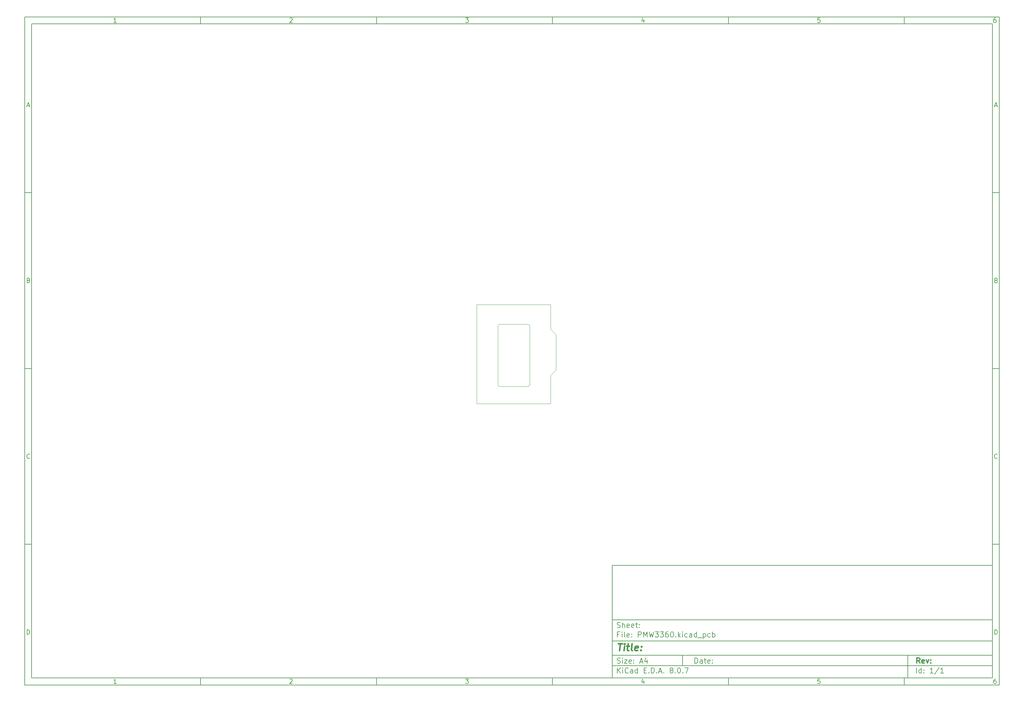
<source format=gbr>
%TF.GenerationSoftware,KiCad,Pcbnew,8.0.7*%
%TF.CreationDate,2024-12-27T17:18:50-08:00*%
%TF.ProjectId,PMW3360,504d5733-3336-4302-9e6b-696361645f70,rev?*%
%TF.SameCoordinates,Original*%
%TF.FileFunction,Profile,NP*%
%FSLAX46Y46*%
G04 Gerber Fmt 4.6, Leading zero omitted, Abs format (unit mm)*
G04 Created by KiCad (PCBNEW 8.0.7) date 2024-12-27 17:18:50*
%MOMM*%
%LPD*%
G01*
G04 APERTURE LIST*
%ADD10C,0.100000*%
%ADD11C,0.150000*%
%ADD12C,0.300000*%
%ADD13C,0.400000*%
%TA.AperFunction,Profile*%
%ADD14C,0.050000*%
%TD*%
G04 APERTURE END LIST*
D10*
D11*
X177002200Y-166007200D02*
X285002200Y-166007200D01*
X285002200Y-198007200D01*
X177002200Y-198007200D01*
X177002200Y-166007200D01*
D10*
D11*
X10000000Y-10000000D02*
X287002200Y-10000000D01*
X287002200Y-200007200D01*
X10000000Y-200007200D01*
X10000000Y-10000000D01*
D10*
D11*
X12000000Y-12000000D02*
X285002200Y-12000000D01*
X285002200Y-198007200D01*
X12000000Y-198007200D01*
X12000000Y-12000000D01*
D10*
D11*
X60000000Y-12000000D02*
X60000000Y-10000000D01*
D10*
D11*
X110000000Y-12000000D02*
X110000000Y-10000000D01*
D10*
D11*
X160000000Y-12000000D02*
X160000000Y-10000000D01*
D10*
D11*
X210000000Y-12000000D02*
X210000000Y-10000000D01*
D10*
D11*
X260000000Y-12000000D02*
X260000000Y-10000000D01*
D10*
D11*
X36089160Y-11593604D02*
X35346303Y-11593604D01*
X35717731Y-11593604D02*
X35717731Y-10293604D01*
X35717731Y-10293604D02*
X35593922Y-10479319D01*
X35593922Y-10479319D02*
X35470112Y-10603128D01*
X35470112Y-10603128D02*
X35346303Y-10665033D01*
D10*
D11*
X85346303Y-10417414D02*
X85408207Y-10355509D01*
X85408207Y-10355509D02*
X85532017Y-10293604D01*
X85532017Y-10293604D02*
X85841541Y-10293604D01*
X85841541Y-10293604D02*
X85965350Y-10355509D01*
X85965350Y-10355509D02*
X86027255Y-10417414D01*
X86027255Y-10417414D02*
X86089160Y-10541223D01*
X86089160Y-10541223D02*
X86089160Y-10665033D01*
X86089160Y-10665033D02*
X86027255Y-10850747D01*
X86027255Y-10850747D02*
X85284398Y-11593604D01*
X85284398Y-11593604D02*
X86089160Y-11593604D01*
D10*
D11*
X135284398Y-10293604D02*
X136089160Y-10293604D01*
X136089160Y-10293604D02*
X135655826Y-10788842D01*
X135655826Y-10788842D02*
X135841541Y-10788842D01*
X135841541Y-10788842D02*
X135965350Y-10850747D01*
X135965350Y-10850747D02*
X136027255Y-10912652D01*
X136027255Y-10912652D02*
X136089160Y-11036461D01*
X136089160Y-11036461D02*
X136089160Y-11345985D01*
X136089160Y-11345985D02*
X136027255Y-11469795D01*
X136027255Y-11469795D02*
X135965350Y-11531700D01*
X135965350Y-11531700D02*
X135841541Y-11593604D01*
X135841541Y-11593604D02*
X135470112Y-11593604D01*
X135470112Y-11593604D02*
X135346303Y-11531700D01*
X135346303Y-11531700D02*
X135284398Y-11469795D01*
D10*
D11*
X185965350Y-10726938D02*
X185965350Y-11593604D01*
X185655826Y-10231700D02*
X185346303Y-11160271D01*
X185346303Y-11160271D02*
X186151064Y-11160271D01*
D10*
D11*
X236027255Y-10293604D02*
X235408207Y-10293604D01*
X235408207Y-10293604D02*
X235346303Y-10912652D01*
X235346303Y-10912652D02*
X235408207Y-10850747D01*
X235408207Y-10850747D02*
X235532017Y-10788842D01*
X235532017Y-10788842D02*
X235841541Y-10788842D01*
X235841541Y-10788842D02*
X235965350Y-10850747D01*
X235965350Y-10850747D02*
X236027255Y-10912652D01*
X236027255Y-10912652D02*
X236089160Y-11036461D01*
X236089160Y-11036461D02*
X236089160Y-11345985D01*
X236089160Y-11345985D02*
X236027255Y-11469795D01*
X236027255Y-11469795D02*
X235965350Y-11531700D01*
X235965350Y-11531700D02*
X235841541Y-11593604D01*
X235841541Y-11593604D02*
X235532017Y-11593604D01*
X235532017Y-11593604D02*
X235408207Y-11531700D01*
X235408207Y-11531700D02*
X235346303Y-11469795D01*
D10*
D11*
X285965350Y-10293604D02*
X285717731Y-10293604D01*
X285717731Y-10293604D02*
X285593922Y-10355509D01*
X285593922Y-10355509D02*
X285532017Y-10417414D01*
X285532017Y-10417414D02*
X285408207Y-10603128D01*
X285408207Y-10603128D02*
X285346303Y-10850747D01*
X285346303Y-10850747D02*
X285346303Y-11345985D01*
X285346303Y-11345985D02*
X285408207Y-11469795D01*
X285408207Y-11469795D02*
X285470112Y-11531700D01*
X285470112Y-11531700D02*
X285593922Y-11593604D01*
X285593922Y-11593604D02*
X285841541Y-11593604D01*
X285841541Y-11593604D02*
X285965350Y-11531700D01*
X285965350Y-11531700D02*
X286027255Y-11469795D01*
X286027255Y-11469795D02*
X286089160Y-11345985D01*
X286089160Y-11345985D02*
X286089160Y-11036461D01*
X286089160Y-11036461D02*
X286027255Y-10912652D01*
X286027255Y-10912652D02*
X285965350Y-10850747D01*
X285965350Y-10850747D02*
X285841541Y-10788842D01*
X285841541Y-10788842D02*
X285593922Y-10788842D01*
X285593922Y-10788842D02*
X285470112Y-10850747D01*
X285470112Y-10850747D02*
X285408207Y-10912652D01*
X285408207Y-10912652D02*
X285346303Y-11036461D01*
D10*
D11*
X60000000Y-198007200D02*
X60000000Y-200007200D01*
D10*
D11*
X110000000Y-198007200D02*
X110000000Y-200007200D01*
D10*
D11*
X160000000Y-198007200D02*
X160000000Y-200007200D01*
D10*
D11*
X210000000Y-198007200D02*
X210000000Y-200007200D01*
D10*
D11*
X260000000Y-198007200D02*
X260000000Y-200007200D01*
D10*
D11*
X36089160Y-199600804D02*
X35346303Y-199600804D01*
X35717731Y-199600804D02*
X35717731Y-198300804D01*
X35717731Y-198300804D02*
X35593922Y-198486519D01*
X35593922Y-198486519D02*
X35470112Y-198610328D01*
X35470112Y-198610328D02*
X35346303Y-198672233D01*
D10*
D11*
X85346303Y-198424614D02*
X85408207Y-198362709D01*
X85408207Y-198362709D02*
X85532017Y-198300804D01*
X85532017Y-198300804D02*
X85841541Y-198300804D01*
X85841541Y-198300804D02*
X85965350Y-198362709D01*
X85965350Y-198362709D02*
X86027255Y-198424614D01*
X86027255Y-198424614D02*
X86089160Y-198548423D01*
X86089160Y-198548423D02*
X86089160Y-198672233D01*
X86089160Y-198672233D02*
X86027255Y-198857947D01*
X86027255Y-198857947D02*
X85284398Y-199600804D01*
X85284398Y-199600804D02*
X86089160Y-199600804D01*
D10*
D11*
X135284398Y-198300804D02*
X136089160Y-198300804D01*
X136089160Y-198300804D02*
X135655826Y-198796042D01*
X135655826Y-198796042D02*
X135841541Y-198796042D01*
X135841541Y-198796042D02*
X135965350Y-198857947D01*
X135965350Y-198857947D02*
X136027255Y-198919852D01*
X136027255Y-198919852D02*
X136089160Y-199043661D01*
X136089160Y-199043661D02*
X136089160Y-199353185D01*
X136089160Y-199353185D02*
X136027255Y-199476995D01*
X136027255Y-199476995D02*
X135965350Y-199538900D01*
X135965350Y-199538900D02*
X135841541Y-199600804D01*
X135841541Y-199600804D02*
X135470112Y-199600804D01*
X135470112Y-199600804D02*
X135346303Y-199538900D01*
X135346303Y-199538900D02*
X135284398Y-199476995D01*
D10*
D11*
X185965350Y-198734138D02*
X185965350Y-199600804D01*
X185655826Y-198238900D02*
X185346303Y-199167471D01*
X185346303Y-199167471D02*
X186151064Y-199167471D01*
D10*
D11*
X236027255Y-198300804D02*
X235408207Y-198300804D01*
X235408207Y-198300804D02*
X235346303Y-198919852D01*
X235346303Y-198919852D02*
X235408207Y-198857947D01*
X235408207Y-198857947D02*
X235532017Y-198796042D01*
X235532017Y-198796042D02*
X235841541Y-198796042D01*
X235841541Y-198796042D02*
X235965350Y-198857947D01*
X235965350Y-198857947D02*
X236027255Y-198919852D01*
X236027255Y-198919852D02*
X236089160Y-199043661D01*
X236089160Y-199043661D02*
X236089160Y-199353185D01*
X236089160Y-199353185D02*
X236027255Y-199476995D01*
X236027255Y-199476995D02*
X235965350Y-199538900D01*
X235965350Y-199538900D02*
X235841541Y-199600804D01*
X235841541Y-199600804D02*
X235532017Y-199600804D01*
X235532017Y-199600804D02*
X235408207Y-199538900D01*
X235408207Y-199538900D02*
X235346303Y-199476995D01*
D10*
D11*
X285965350Y-198300804D02*
X285717731Y-198300804D01*
X285717731Y-198300804D02*
X285593922Y-198362709D01*
X285593922Y-198362709D02*
X285532017Y-198424614D01*
X285532017Y-198424614D02*
X285408207Y-198610328D01*
X285408207Y-198610328D02*
X285346303Y-198857947D01*
X285346303Y-198857947D02*
X285346303Y-199353185D01*
X285346303Y-199353185D02*
X285408207Y-199476995D01*
X285408207Y-199476995D02*
X285470112Y-199538900D01*
X285470112Y-199538900D02*
X285593922Y-199600804D01*
X285593922Y-199600804D02*
X285841541Y-199600804D01*
X285841541Y-199600804D02*
X285965350Y-199538900D01*
X285965350Y-199538900D02*
X286027255Y-199476995D01*
X286027255Y-199476995D02*
X286089160Y-199353185D01*
X286089160Y-199353185D02*
X286089160Y-199043661D01*
X286089160Y-199043661D02*
X286027255Y-198919852D01*
X286027255Y-198919852D02*
X285965350Y-198857947D01*
X285965350Y-198857947D02*
X285841541Y-198796042D01*
X285841541Y-198796042D02*
X285593922Y-198796042D01*
X285593922Y-198796042D02*
X285470112Y-198857947D01*
X285470112Y-198857947D02*
X285408207Y-198919852D01*
X285408207Y-198919852D02*
X285346303Y-199043661D01*
D10*
D11*
X10000000Y-60000000D02*
X12000000Y-60000000D01*
D10*
D11*
X10000000Y-110000000D02*
X12000000Y-110000000D01*
D10*
D11*
X10000000Y-160000000D02*
X12000000Y-160000000D01*
D10*
D11*
X10690476Y-35222176D02*
X11309523Y-35222176D01*
X10566666Y-35593604D02*
X10999999Y-34293604D01*
X10999999Y-34293604D02*
X11433333Y-35593604D01*
D10*
D11*
X11092857Y-84912652D02*
X11278571Y-84974557D01*
X11278571Y-84974557D02*
X11340476Y-85036461D01*
X11340476Y-85036461D02*
X11402380Y-85160271D01*
X11402380Y-85160271D02*
X11402380Y-85345985D01*
X11402380Y-85345985D02*
X11340476Y-85469795D01*
X11340476Y-85469795D02*
X11278571Y-85531700D01*
X11278571Y-85531700D02*
X11154761Y-85593604D01*
X11154761Y-85593604D02*
X10659523Y-85593604D01*
X10659523Y-85593604D02*
X10659523Y-84293604D01*
X10659523Y-84293604D02*
X11092857Y-84293604D01*
X11092857Y-84293604D02*
X11216666Y-84355509D01*
X11216666Y-84355509D02*
X11278571Y-84417414D01*
X11278571Y-84417414D02*
X11340476Y-84541223D01*
X11340476Y-84541223D02*
X11340476Y-84665033D01*
X11340476Y-84665033D02*
X11278571Y-84788842D01*
X11278571Y-84788842D02*
X11216666Y-84850747D01*
X11216666Y-84850747D02*
X11092857Y-84912652D01*
X11092857Y-84912652D02*
X10659523Y-84912652D01*
D10*
D11*
X11402380Y-135469795D02*
X11340476Y-135531700D01*
X11340476Y-135531700D02*
X11154761Y-135593604D01*
X11154761Y-135593604D02*
X11030952Y-135593604D01*
X11030952Y-135593604D02*
X10845238Y-135531700D01*
X10845238Y-135531700D02*
X10721428Y-135407890D01*
X10721428Y-135407890D02*
X10659523Y-135284080D01*
X10659523Y-135284080D02*
X10597619Y-135036461D01*
X10597619Y-135036461D02*
X10597619Y-134850747D01*
X10597619Y-134850747D02*
X10659523Y-134603128D01*
X10659523Y-134603128D02*
X10721428Y-134479319D01*
X10721428Y-134479319D02*
X10845238Y-134355509D01*
X10845238Y-134355509D02*
X11030952Y-134293604D01*
X11030952Y-134293604D02*
X11154761Y-134293604D01*
X11154761Y-134293604D02*
X11340476Y-134355509D01*
X11340476Y-134355509D02*
X11402380Y-134417414D01*
D10*
D11*
X10659523Y-185593604D02*
X10659523Y-184293604D01*
X10659523Y-184293604D02*
X10969047Y-184293604D01*
X10969047Y-184293604D02*
X11154761Y-184355509D01*
X11154761Y-184355509D02*
X11278571Y-184479319D01*
X11278571Y-184479319D02*
X11340476Y-184603128D01*
X11340476Y-184603128D02*
X11402380Y-184850747D01*
X11402380Y-184850747D02*
X11402380Y-185036461D01*
X11402380Y-185036461D02*
X11340476Y-185284080D01*
X11340476Y-185284080D02*
X11278571Y-185407890D01*
X11278571Y-185407890D02*
X11154761Y-185531700D01*
X11154761Y-185531700D02*
X10969047Y-185593604D01*
X10969047Y-185593604D02*
X10659523Y-185593604D01*
D10*
D11*
X287002200Y-60000000D02*
X285002200Y-60000000D01*
D10*
D11*
X287002200Y-110000000D02*
X285002200Y-110000000D01*
D10*
D11*
X287002200Y-160000000D02*
X285002200Y-160000000D01*
D10*
D11*
X285692676Y-35222176D02*
X286311723Y-35222176D01*
X285568866Y-35593604D02*
X286002199Y-34293604D01*
X286002199Y-34293604D02*
X286435533Y-35593604D01*
D10*
D11*
X286095057Y-84912652D02*
X286280771Y-84974557D01*
X286280771Y-84974557D02*
X286342676Y-85036461D01*
X286342676Y-85036461D02*
X286404580Y-85160271D01*
X286404580Y-85160271D02*
X286404580Y-85345985D01*
X286404580Y-85345985D02*
X286342676Y-85469795D01*
X286342676Y-85469795D02*
X286280771Y-85531700D01*
X286280771Y-85531700D02*
X286156961Y-85593604D01*
X286156961Y-85593604D02*
X285661723Y-85593604D01*
X285661723Y-85593604D02*
X285661723Y-84293604D01*
X285661723Y-84293604D02*
X286095057Y-84293604D01*
X286095057Y-84293604D02*
X286218866Y-84355509D01*
X286218866Y-84355509D02*
X286280771Y-84417414D01*
X286280771Y-84417414D02*
X286342676Y-84541223D01*
X286342676Y-84541223D02*
X286342676Y-84665033D01*
X286342676Y-84665033D02*
X286280771Y-84788842D01*
X286280771Y-84788842D02*
X286218866Y-84850747D01*
X286218866Y-84850747D02*
X286095057Y-84912652D01*
X286095057Y-84912652D02*
X285661723Y-84912652D01*
D10*
D11*
X286404580Y-135469795D02*
X286342676Y-135531700D01*
X286342676Y-135531700D02*
X286156961Y-135593604D01*
X286156961Y-135593604D02*
X286033152Y-135593604D01*
X286033152Y-135593604D02*
X285847438Y-135531700D01*
X285847438Y-135531700D02*
X285723628Y-135407890D01*
X285723628Y-135407890D02*
X285661723Y-135284080D01*
X285661723Y-135284080D02*
X285599819Y-135036461D01*
X285599819Y-135036461D02*
X285599819Y-134850747D01*
X285599819Y-134850747D02*
X285661723Y-134603128D01*
X285661723Y-134603128D02*
X285723628Y-134479319D01*
X285723628Y-134479319D02*
X285847438Y-134355509D01*
X285847438Y-134355509D02*
X286033152Y-134293604D01*
X286033152Y-134293604D02*
X286156961Y-134293604D01*
X286156961Y-134293604D02*
X286342676Y-134355509D01*
X286342676Y-134355509D02*
X286404580Y-134417414D01*
D10*
D11*
X285661723Y-185593604D02*
X285661723Y-184293604D01*
X285661723Y-184293604D02*
X285971247Y-184293604D01*
X285971247Y-184293604D02*
X286156961Y-184355509D01*
X286156961Y-184355509D02*
X286280771Y-184479319D01*
X286280771Y-184479319D02*
X286342676Y-184603128D01*
X286342676Y-184603128D02*
X286404580Y-184850747D01*
X286404580Y-184850747D02*
X286404580Y-185036461D01*
X286404580Y-185036461D02*
X286342676Y-185284080D01*
X286342676Y-185284080D02*
X286280771Y-185407890D01*
X286280771Y-185407890D02*
X286156961Y-185531700D01*
X286156961Y-185531700D02*
X285971247Y-185593604D01*
X285971247Y-185593604D02*
X285661723Y-185593604D01*
D10*
D11*
X200458026Y-193793328D02*
X200458026Y-192293328D01*
X200458026Y-192293328D02*
X200815169Y-192293328D01*
X200815169Y-192293328D02*
X201029455Y-192364757D01*
X201029455Y-192364757D02*
X201172312Y-192507614D01*
X201172312Y-192507614D02*
X201243741Y-192650471D01*
X201243741Y-192650471D02*
X201315169Y-192936185D01*
X201315169Y-192936185D02*
X201315169Y-193150471D01*
X201315169Y-193150471D02*
X201243741Y-193436185D01*
X201243741Y-193436185D02*
X201172312Y-193579042D01*
X201172312Y-193579042D02*
X201029455Y-193721900D01*
X201029455Y-193721900D02*
X200815169Y-193793328D01*
X200815169Y-193793328D02*
X200458026Y-193793328D01*
X202600884Y-193793328D02*
X202600884Y-193007614D01*
X202600884Y-193007614D02*
X202529455Y-192864757D01*
X202529455Y-192864757D02*
X202386598Y-192793328D01*
X202386598Y-192793328D02*
X202100884Y-192793328D01*
X202100884Y-192793328D02*
X201958026Y-192864757D01*
X202600884Y-193721900D02*
X202458026Y-193793328D01*
X202458026Y-193793328D02*
X202100884Y-193793328D01*
X202100884Y-193793328D02*
X201958026Y-193721900D01*
X201958026Y-193721900D02*
X201886598Y-193579042D01*
X201886598Y-193579042D02*
X201886598Y-193436185D01*
X201886598Y-193436185D02*
X201958026Y-193293328D01*
X201958026Y-193293328D02*
X202100884Y-193221900D01*
X202100884Y-193221900D02*
X202458026Y-193221900D01*
X202458026Y-193221900D02*
X202600884Y-193150471D01*
X203100884Y-192793328D02*
X203672312Y-192793328D01*
X203315169Y-192293328D02*
X203315169Y-193579042D01*
X203315169Y-193579042D02*
X203386598Y-193721900D01*
X203386598Y-193721900D02*
X203529455Y-193793328D01*
X203529455Y-193793328D02*
X203672312Y-193793328D01*
X204743741Y-193721900D02*
X204600884Y-193793328D01*
X204600884Y-193793328D02*
X204315170Y-193793328D01*
X204315170Y-193793328D02*
X204172312Y-193721900D01*
X204172312Y-193721900D02*
X204100884Y-193579042D01*
X204100884Y-193579042D02*
X204100884Y-193007614D01*
X204100884Y-193007614D02*
X204172312Y-192864757D01*
X204172312Y-192864757D02*
X204315170Y-192793328D01*
X204315170Y-192793328D02*
X204600884Y-192793328D01*
X204600884Y-192793328D02*
X204743741Y-192864757D01*
X204743741Y-192864757D02*
X204815170Y-193007614D01*
X204815170Y-193007614D02*
X204815170Y-193150471D01*
X204815170Y-193150471D02*
X204100884Y-193293328D01*
X205458026Y-193650471D02*
X205529455Y-193721900D01*
X205529455Y-193721900D02*
X205458026Y-193793328D01*
X205458026Y-193793328D02*
X205386598Y-193721900D01*
X205386598Y-193721900D02*
X205458026Y-193650471D01*
X205458026Y-193650471D02*
X205458026Y-193793328D01*
X205458026Y-192864757D02*
X205529455Y-192936185D01*
X205529455Y-192936185D02*
X205458026Y-193007614D01*
X205458026Y-193007614D02*
X205386598Y-192936185D01*
X205386598Y-192936185D02*
X205458026Y-192864757D01*
X205458026Y-192864757D02*
X205458026Y-193007614D01*
D10*
D11*
X177002200Y-194507200D02*
X285002200Y-194507200D01*
D10*
D11*
X178458026Y-196593328D02*
X178458026Y-195093328D01*
X179315169Y-196593328D02*
X178672312Y-195736185D01*
X179315169Y-195093328D02*
X178458026Y-195950471D01*
X179958026Y-196593328D02*
X179958026Y-195593328D01*
X179958026Y-195093328D02*
X179886598Y-195164757D01*
X179886598Y-195164757D02*
X179958026Y-195236185D01*
X179958026Y-195236185D02*
X180029455Y-195164757D01*
X180029455Y-195164757D02*
X179958026Y-195093328D01*
X179958026Y-195093328D02*
X179958026Y-195236185D01*
X181529455Y-196450471D02*
X181458027Y-196521900D01*
X181458027Y-196521900D02*
X181243741Y-196593328D01*
X181243741Y-196593328D02*
X181100884Y-196593328D01*
X181100884Y-196593328D02*
X180886598Y-196521900D01*
X180886598Y-196521900D02*
X180743741Y-196379042D01*
X180743741Y-196379042D02*
X180672312Y-196236185D01*
X180672312Y-196236185D02*
X180600884Y-195950471D01*
X180600884Y-195950471D02*
X180600884Y-195736185D01*
X180600884Y-195736185D02*
X180672312Y-195450471D01*
X180672312Y-195450471D02*
X180743741Y-195307614D01*
X180743741Y-195307614D02*
X180886598Y-195164757D01*
X180886598Y-195164757D02*
X181100884Y-195093328D01*
X181100884Y-195093328D02*
X181243741Y-195093328D01*
X181243741Y-195093328D02*
X181458027Y-195164757D01*
X181458027Y-195164757D02*
X181529455Y-195236185D01*
X182815170Y-196593328D02*
X182815170Y-195807614D01*
X182815170Y-195807614D02*
X182743741Y-195664757D01*
X182743741Y-195664757D02*
X182600884Y-195593328D01*
X182600884Y-195593328D02*
X182315170Y-195593328D01*
X182315170Y-195593328D02*
X182172312Y-195664757D01*
X182815170Y-196521900D02*
X182672312Y-196593328D01*
X182672312Y-196593328D02*
X182315170Y-196593328D01*
X182315170Y-196593328D02*
X182172312Y-196521900D01*
X182172312Y-196521900D02*
X182100884Y-196379042D01*
X182100884Y-196379042D02*
X182100884Y-196236185D01*
X182100884Y-196236185D02*
X182172312Y-196093328D01*
X182172312Y-196093328D02*
X182315170Y-196021900D01*
X182315170Y-196021900D02*
X182672312Y-196021900D01*
X182672312Y-196021900D02*
X182815170Y-195950471D01*
X184172313Y-196593328D02*
X184172313Y-195093328D01*
X184172313Y-196521900D02*
X184029455Y-196593328D01*
X184029455Y-196593328D02*
X183743741Y-196593328D01*
X183743741Y-196593328D02*
X183600884Y-196521900D01*
X183600884Y-196521900D02*
X183529455Y-196450471D01*
X183529455Y-196450471D02*
X183458027Y-196307614D01*
X183458027Y-196307614D02*
X183458027Y-195879042D01*
X183458027Y-195879042D02*
X183529455Y-195736185D01*
X183529455Y-195736185D02*
X183600884Y-195664757D01*
X183600884Y-195664757D02*
X183743741Y-195593328D01*
X183743741Y-195593328D02*
X184029455Y-195593328D01*
X184029455Y-195593328D02*
X184172313Y-195664757D01*
X186029455Y-195807614D02*
X186529455Y-195807614D01*
X186743741Y-196593328D02*
X186029455Y-196593328D01*
X186029455Y-196593328D02*
X186029455Y-195093328D01*
X186029455Y-195093328D02*
X186743741Y-195093328D01*
X187386598Y-196450471D02*
X187458027Y-196521900D01*
X187458027Y-196521900D02*
X187386598Y-196593328D01*
X187386598Y-196593328D02*
X187315170Y-196521900D01*
X187315170Y-196521900D02*
X187386598Y-196450471D01*
X187386598Y-196450471D02*
X187386598Y-196593328D01*
X188100884Y-196593328D02*
X188100884Y-195093328D01*
X188100884Y-195093328D02*
X188458027Y-195093328D01*
X188458027Y-195093328D02*
X188672313Y-195164757D01*
X188672313Y-195164757D02*
X188815170Y-195307614D01*
X188815170Y-195307614D02*
X188886599Y-195450471D01*
X188886599Y-195450471D02*
X188958027Y-195736185D01*
X188958027Y-195736185D02*
X188958027Y-195950471D01*
X188958027Y-195950471D02*
X188886599Y-196236185D01*
X188886599Y-196236185D02*
X188815170Y-196379042D01*
X188815170Y-196379042D02*
X188672313Y-196521900D01*
X188672313Y-196521900D02*
X188458027Y-196593328D01*
X188458027Y-196593328D02*
X188100884Y-196593328D01*
X189600884Y-196450471D02*
X189672313Y-196521900D01*
X189672313Y-196521900D02*
X189600884Y-196593328D01*
X189600884Y-196593328D02*
X189529456Y-196521900D01*
X189529456Y-196521900D02*
X189600884Y-196450471D01*
X189600884Y-196450471D02*
X189600884Y-196593328D01*
X190243742Y-196164757D02*
X190958028Y-196164757D01*
X190100885Y-196593328D02*
X190600885Y-195093328D01*
X190600885Y-195093328D02*
X191100885Y-196593328D01*
X191600884Y-196450471D02*
X191672313Y-196521900D01*
X191672313Y-196521900D02*
X191600884Y-196593328D01*
X191600884Y-196593328D02*
X191529456Y-196521900D01*
X191529456Y-196521900D02*
X191600884Y-196450471D01*
X191600884Y-196450471D02*
X191600884Y-196593328D01*
X193672313Y-195736185D02*
X193529456Y-195664757D01*
X193529456Y-195664757D02*
X193458027Y-195593328D01*
X193458027Y-195593328D02*
X193386599Y-195450471D01*
X193386599Y-195450471D02*
X193386599Y-195379042D01*
X193386599Y-195379042D02*
X193458027Y-195236185D01*
X193458027Y-195236185D02*
X193529456Y-195164757D01*
X193529456Y-195164757D02*
X193672313Y-195093328D01*
X193672313Y-195093328D02*
X193958027Y-195093328D01*
X193958027Y-195093328D02*
X194100885Y-195164757D01*
X194100885Y-195164757D02*
X194172313Y-195236185D01*
X194172313Y-195236185D02*
X194243742Y-195379042D01*
X194243742Y-195379042D02*
X194243742Y-195450471D01*
X194243742Y-195450471D02*
X194172313Y-195593328D01*
X194172313Y-195593328D02*
X194100885Y-195664757D01*
X194100885Y-195664757D02*
X193958027Y-195736185D01*
X193958027Y-195736185D02*
X193672313Y-195736185D01*
X193672313Y-195736185D02*
X193529456Y-195807614D01*
X193529456Y-195807614D02*
X193458027Y-195879042D01*
X193458027Y-195879042D02*
X193386599Y-196021900D01*
X193386599Y-196021900D02*
X193386599Y-196307614D01*
X193386599Y-196307614D02*
X193458027Y-196450471D01*
X193458027Y-196450471D02*
X193529456Y-196521900D01*
X193529456Y-196521900D02*
X193672313Y-196593328D01*
X193672313Y-196593328D02*
X193958027Y-196593328D01*
X193958027Y-196593328D02*
X194100885Y-196521900D01*
X194100885Y-196521900D02*
X194172313Y-196450471D01*
X194172313Y-196450471D02*
X194243742Y-196307614D01*
X194243742Y-196307614D02*
X194243742Y-196021900D01*
X194243742Y-196021900D02*
X194172313Y-195879042D01*
X194172313Y-195879042D02*
X194100885Y-195807614D01*
X194100885Y-195807614D02*
X193958027Y-195736185D01*
X194886598Y-196450471D02*
X194958027Y-196521900D01*
X194958027Y-196521900D02*
X194886598Y-196593328D01*
X194886598Y-196593328D02*
X194815170Y-196521900D01*
X194815170Y-196521900D02*
X194886598Y-196450471D01*
X194886598Y-196450471D02*
X194886598Y-196593328D01*
X195886599Y-195093328D02*
X196029456Y-195093328D01*
X196029456Y-195093328D02*
X196172313Y-195164757D01*
X196172313Y-195164757D02*
X196243742Y-195236185D01*
X196243742Y-195236185D02*
X196315170Y-195379042D01*
X196315170Y-195379042D02*
X196386599Y-195664757D01*
X196386599Y-195664757D02*
X196386599Y-196021900D01*
X196386599Y-196021900D02*
X196315170Y-196307614D01*
X196315170Y-196307614D02*
X196243742Y-196450471D01*
X196243742Y-196450471D02*
X196172313Y-196521900D01*
X196172313Y-196521900D02*
X196029456Y-196593328D01*
X196029456Y-196593328D02*
X195886599Y-196593328D01*
X195886599Y-196593328D02*
X195743742Y-196521900D01*
X195743742Y-196521900D02*
X195672313Y-196450471D01*
X195672313Y-196450471D02*
X195600884Y-196307614D01*
X195600884Y-196307614D02*
X195529456Y-196021900D01*
X195529456Y-196021900D02*
X195529456Y-195664757D01*
X195529456Y-195664757D02*
X195600884Y-195379042D01*
X195600884Y-195379042D02*
X195672313Y-195236185D01*
X195672313Y-195236185D02*
X195743742Y-195164757D01*
X195743742Y-195164757D02*
X195886599Y-195093328D01*
X197029455Y-196450471D02*
X197100884Y-196521900D01*
X197100884Y-196521900D02*
X197029455Y-196593328D01*
X197029455Y-196593328D02*
X196958027Y-196521900D01*
X196958027Y-196521900D02*
X197029455Y-196450471D01*
X197029455Y-196450471D02*
X197029455Y-196593328D01*
X197600884Y-195093328D02*
X198600884Y-195093328D01*
X198600884Y-195093328D02*
X197958027Y-196593328D01*
D10*
D11*
X177002200Y-191507200D02*
X285002200Y-191507200D01*
D10*
D12*
X264413853Y-193785528D02*
X263913853Y-193071242D01*
X263556710Y-193785528D02*
X263556710Y-192285528D01*
X263556710Y-192285528D02*
X264128139Y-192285528D01*
X264128139Y-192285528D02*
X264270996Y-192356957D01*
X264270996Y-192356957D02*
X264342425Y-192428385D01*
X264342425Y-192428385D02*
X264413853Y-192571242D01*
X264413853Y-192571242D02*
X264413853Y-192785528D01*
X264413853Y-192785528D02*
X264342425Y-192928385D01*
X264342425Y-192928385D02*
X264270996Y-192999814D01*
X264270996Y-192999814D02*
X264128139Y-193071242D01*
X264128139Y-193071242D02*
X263556710Y-193071242D01*
X265628139Y-193714100D02*
X265485282Y-193785528D01*
X265485282Y-193785528D02*
X265199568Y-193785528D01*
X265199568Y-193785528D02*
X265056710Y-193714100D01*
X265056710Y-193714100D02*
X264985282Y-193571242D01*
X264985282Y-193571242D02*
X264985282Y-192999814D01*
X264985282Y-192999814D02*
X265056710Y-192856957D01*
X265056710Y-192856957D02*
X265199568Y-192785528D01*
X265199568Y-192785528D02*
X265485282Y-192785528D01*
X265485282Y-192785528D02*
X265628139Y-192856957D01*
X265628139Y-192856957D02*
X265699568Y-192999814D01*
X265699568Y-192999814D02*
X265699568Y-193142671D01*
X265699568Y-193142671D02*
X264985282Y-193285528D01*
X266199567Y-192785528D02*
X266556710Y-193785528D01*
X266556710Y-193785528D02*
X266913853Y-192785528D01*
X267485281Y-193642671D02*
X267556710Y-193714100D01*
X267556710Y-193714100D02*
X267485281Y-193785528D01*
X267485281Y-193785528D02*
X267413853Y-193714100D01*
X267413853Y-193714100D02*
X267485281Y-193642671D01*
X267485281Y-193642671D02*
X267485281Y-193785528D01*
X267485281Y-192856957D02*
X267556710Y-192928385D01*
X267556710Y-192928385D02*
X267485281Y-192999814D01*
X267485281Y-192999814D02*
X267413853Y-192928385D01*
X267413853Y-192928385D02*
X267485281Y-192856957D01*
X267485281Y-192856957D02*
X267485281Y-192999814D01*
D10*
D11*
X178386598Y-193721900D02*
X178600884Y-193793328D01*
X178600884Y-193793328D02*
X178958026Y-193793328D01*
X178958026Y-193793328D02*
X179100884Y-193721900D01*
X179100884Y-193721900D02*
X179172312Y-193650471D01*
X179172312Y-193650471D02*
X179243741Y-193507614D01*
X179243741Y-193507614D02*
X179243741Y-193364757D01*
X179243741Y-193364757D02*
X179172312Y-193221900D01*
X179172312Y-193221900D02*
X179100884Y-193150471D01*
X179100884Y-193150471D02*
X178958026Y-193079042D01*
X178958026Y-193079042D02*
X178672312Y-193007614D01*
X178672312Y-193007614D02*
X178529455Y-192936185D01*
X178529455Y-192936185D02*
X178458026Y-192864757D01*
X178458026Y-192864757D02*
X178386598Y-192721900D01*
X178386598Y-192721900D02*
X178386598Y-192579042D01*
X178386598Y-192579042D02*
X178458026Y-192436185D01*
X178458026Y-192436185D02*
X178529455Y-192364757D01*
X178529455Y-192364757D02*
X178672312Y-192293328D01*
X178672312Y-192293328D02*
X179029455Y-192293328D01*
X179029455Y-192293328D02*
X179243741Y-192364757D01*
X179886597Y-193793328D02*
X179886597Y-192793328D01*
X179886597Y-192293328D02*
X179815169Y-192364757D01*
X179815169Y-192364757D02*
X179886597Y-192436185D01*
X179886597Y-192436185D02*
X179958026Y-192364757D01*
X179958026Y-192364757D02*
X179886597Y-192293328D01*
X179886597Y-192293328D02*
X179886597Y-192436185D01*
X180458026Y-192793328D02*
X181243741Y-192793328D01*
X181243741Y-192793328D02*
X180458026Y-193793328D01*
X180458026Y-193793328D02*
X181243741Y-193793328D01*
X182386598Y-193721900D02*
X182243741Y-193793328D01*
X182243741Y-193793328D02*
X181958027Y-193793328D01*
X181958027Y-193793328D02*
X181815169Y-193721900D01*
X181815169Y-193721900D02*
X181743741Y-193579042D01*
X181743741Y-193579042D02*
X181743741Y-193007614D01*
X181743741Y-193007614D02*
X181815169Y-192864757D01*
X181815169Y-192864757D02*
X181958027Y-192793328D01*
X181958027Y-192793328D02*
X182243741Y-192793328D01*
X182243741Y-192793328D02*
X182386598Y-192864757D01*
X182386598Y-192864757D02*
X182458027Y-193007614D01*
X182458027Y-193007614D02*
X182458027Y-193150471D01*
X182458027Y-193150471D02*
X181743741Y-193293328D01*
X183100883Y-193650471D02*
X183172312Y-193721900D01*
X183172312Y-193721900D02*
X183100883Y-193793328D01*
X183100883Y-193793328D02*
X183029455Y-193721900D01*
X183029455Y-193721900D02*
X183100883Y-193650471D01*
X183100883Y-193650471D02*
X183100883Y-193793328D01*
X183100883Y-192864757D02*
X183172312Y-192936185D01*
X183172312Y-192936185D02*
X183100883Y-193007614D01*
X183100883Y-193007614D02*
X183029455Y-192936185D01*
X183029455Y-192936185D02*
X183100883Y-192864757D01*
X183100883Y-192864757D02*
X183100883Y-193007614D01*
X184886598Y-193364757D02*
X185600884Y-193364757D01*
X184743741Y-193793328D02*
X185243741Y-192293328D01*
X185243741Y-192293328D02*
X185743741Y-193793328D01*
X186886598Y-192793328D02*
X186886598Y-193793328D01*
X186529455Y-192221900D02*
X186172312Y-193293328D01*
X186172312Y-193293328D02*
X187100883Y-193293328D01*
D10*
D11*
X263458026Y-196593328D02*
X263458026Y-195093328D01*
X264815170Y-196593328D02*
X264815170Y-195093328D01*
X264815170Y-196521900D02*
X264672312Y-196593328D01*
X264672312Y-196593328D02*
X264386598Y-196593328D01*
X264386598Y-196593328D02*
X264243741Y-196521900D01*
X264243741Y-196521900D02*
X264172312Y-196450471D01*
X264172312Y-196450471D02*
X264100884Y-196307614D01*
X264100884Y-196307614D02*
X264100884Y-195879042D01*
X264100884Y-195879042D02*
X264172312Y-195736185D01*
X264172312Y-195736185D02*
X264243741Y-195664757D01*
X264243741Y-195664757D02*
X264386598Y-195593328D01*
X264386598Y-195593328D02*
X264672312Y-195593328D01*
X264672312Y-195593328D02*
X264815170Y-195664757D01*
X265529455Y-196450471D02*
X265600884Y-196521900D01*
X265600884Y-196521900D02*
X265529455Y-196593328D01*
X265529455Y-196593328D02*
X265458027Y-196521900D01*
X265458027Y-196521900D02*
X265529455Y-196450471D01*
X265529455Y-196450471D02*
X265529455Y-196593328D01*
X265529455Y-195664757D02*
X265600884Y-195736185D01*
X265600884Y-195736185D02*
X265529455Y-195807614D01*
X265529455Y-195807614D02*
X265458027Y-195736185D01*
X265458027Y-195736185D02*
X265529455Y-195664757D01*
X265529455Y-195664757D02*
X265529455Y-195807614D01*
X268172313Y-196593328D02*
X267315170Y-196593328D01*
X267743741Y-196593328D02*
X267743741Y-195093328D01*
X267743741Y-195093328D02*
X267600884Y-195307614D01*
X267600884Y-195307614D02*
X267458027Y-195450471D01*
X267458027Y-195450471D02*
X267315170Y-195521900D01*
X269886598Y-195021900D02*
X268600884Y-196950471D01*
X271172313Y-196593328D02*
X270315170Y-196593328D01*
X270743741Y-196593328D02*
X270743741Y-195093328D01*
X270743741Y-195093328D02*
X270600884Y-195307614D01*
X270600884Y-195307614D02*
X270458027Y-195450471D01*
X270458027Y-195450471D02*
X270315170Y-195521900D01*
D10*
D11*
X177002200Y-187507200D02*
X285002200Y-187507200D01*
D10*
D13*
X178693928Y-188211638D02*
X179836785Y-188211638D01*
X179015357Y-190211638D02*
X179265357Y-188211638D01*
X180253452Y-190211638D02*
X180420119Y-188878304D01*
X180503452Y-188211638D02*
X180396309Y-188306876D01*
X180396309Y-188306876D02*
X180479643Y-188402114D01*
X180479643Y-188402114D02*
X180586786Y-188306876D01*
X180586786Y-188306876D02*
X180503452Y-188211638D01*
X180503452Y-188211638D02*
X180479643Y-188402114D01*
X181086786Y-188878304D02*
X181848690Y-188878304D01*
X181455833Y-188211638D02*
X181241548Y-189925923D01*
X181241548Y-189925923D02*
X181312976Y-190116400D01*
X181312976Y-190116400D02*
X181491548Y-190211638D01*
X181491548Y-190211638D02*
X181682024Y-190211638D01*
X182634405Y-190211638D02*
X182455833Y-190116400D01*
X182455833Y-190116400D02*
X182384405Y-189925923D01*
X182384405Y-189925923D02*
X182598690Y-188211638D01*
X184170119Y-190116400D02*
X183967738Y-190211638D01*
X183967738Y-190211638D02*
X183586785Y-190211638D01*
X183586785Y-190211638D02*
X183408214Y-190116400D01*
X183408214Y-190116400D02*
X183336785Y-189925923D01*
X183336785Y-189925923D02*
X183432024Y-189164019D01*
X183432024Y-189164019D02*
X183551071Y-188973542D01*
X183551071Y-188973542D02*
X183753452Y-188878304D01*
X183753452Y-188878304D02*
X184134404Y-188878304D01*
X184134404Y-188878304D02*
X184312976Y-188973542D01*
X184312976Y-188973542D02*
X184384404Y-189164019D01*
X184384404Y-189164019D02*
X184360595Y-189354495D01*
X184360595Y-189354495D02*
X183384404Y-189544971D01*
X185134405Y-190021161D02*
X185217738Y-190116400D01*
X185217738Y-190116400D02*
X185110595Y-190211638D01*
X185110595Y-190211638D02*
X185027262Y-190116400D01*
X185027262Y-190116400D02*
X185134405Y-190021161D01*
X185134405Y-190021161D02*
X185110595Y-190211638D01*
X185265357Y-188973542D02*
X185348690Y-189068780D01*
X185348690Y-189068780D02*
X185241548Y-189164019D01*
X185241548Y-189164019D02*
X185158214Y-189068780D01*
X185158214Y-189068780D02*
X185265357Y-188973542D01*
X185265357Y-188973542D02*
X185241548Y-189164019D01*
D10*
D11*
X178958026Y-185607614D02*
X178458026Y-185607614D01*
X178458026Y-186393328D02*
X178458026Y-184893328D01*
X178458026Y-184893328D02*
X179172312Y-184893328D01*
X179743740Y-186393328D02*
X179743740Y-185393328D01*
X179743740Y-184893328D02*
X179672312Y-184964757D01*
X179672312Y-184964757D02*
X179743740Y-185036185D01*
X179743740Y-185036185D02*
X179815169Y-184964757D01*
X179815169Y-184964757D02*
X179743740Y-184893328D01*
X179743740Y-184893328D02*
X179743740Y-185036185D01*
X180672312Y-186393328D02*
X180529455Y-186321900D01*
X180529455Y-186321900D02*
X180458026Y-186179042D01*
X180458026Y-186179042D02*
X180458026Y-184893328D01*
X181815169Y-186321900D02*
X181672312Y-186393328D01*
X181672312Y-186393328D02*
X181386598Y-186393328D01*
X181386598Y-186393328D02*
X181243740Y-186321900D01*
X181243740Y-186321900D02*
X181172312Y-186179042D01*
X181172312Y-186179042D02*
X181172312Y-185607614D01*
X181172312Y-185607614D02*
X181243740Y-185464757D01*
X181243740Y-185464757D02*
X181386598Y-185393328D01*
X181386598Y-185393328D02*
X181672312Y-185393328D01*
X181672312Y-185393328D02*
X181815169Y-185464757D01*
X181815169Y-185464757D02*
X181886598Y-185607614D01*
X181886598Y-185607614D02*
X181886598Y-185750471D01*
X181886598Y-185750471D02*
X181172312Y-185893328D01*
X182529454Y-186250471D02*
X182600883Y-186321900D01*
X182600883Y-186321900D02*
X182529454Y-186393328D01*
X182529454Y-186393328D02*
X182458026Y-186321900D01*
X182458026Y-186321900D02*
X182529454Y-186250471D01*
X182529454Y-186250471D02*
X182529454Y-186393328D01*
X182529454Y-185464757D02*
X182600883Y-185536185D01*
X182600883Y-185536185D02*
X182529454Y-185607614D01*
X182529454Y-185607614D02*
X182458026Y-185536185D01*
X182458026Y-185536185D02*
X182529454Y-185464757D01*
X182529454Y-185464757D02*
X182529454Y-185607614D01*
X184386597Y-186393328D02*
X184386597Y-184893328D01*
X184386597Y-184893328D02*
X184958026Y-184893328D01*
X184958026Y-184893328D02*
X185100883Y-184964757D01*
X185100883Y-184964757D02*
X185172312Y-185036185D01*
X185172312Y-185036185D02*
X185243740Y-185179042D01*
X185243740Y-185179042D02*
X185243740Y-185393328D01*
X185243740Y-185393328D02*
X185172312Y-185536185D01*
X185172312Y-185536185D02*
X185100883Y-185607614D01*
X185100883Y-185607614D02*
X184958026Y-185679042D01*
X184958026Y-185679042D02*
X184386597Y-185679042D01*
X185886597Y-186393328D02*
X185886597Y-184893328D01*
X185886597Y-184893328D02*
X186386597Y-185964757D01*
X186386597Y-185964757D02*
X186886597Y-184893328D01*
X186886597Y-184893328D02*
X186886597Y-186393328D01*
X187458026Y-184893328D02*
X187815169Y-186393328D01*
X187815169Y-186393328D02*
X188100883Y-185321900D01*
X188100883Y-185321900D02*
X188386598Y-186393328D01*
X188386598Y-186393328D02*
X188743741Y-184893328D01*
X189172312Y-184893328D02*
X190100884Y-184893328D01*
X190100884Y-184893328D02*
X189600884Y-185464757D01*
X189600884Y-185464757D02*
X189815169Y-185464757D01*
X189815169Y-185464757D02*
X189958027Y-185536185D01*
X189958027Y-185536185D02*
X190029455Y-185607614D01*
X190029455Y-185607614D02*
X190100884Y-185750471D01*
X190100884Y-185750471D02*
X190100884Y-186107614D01*
X190100884Y-186107614D02*
X190029455Y-186250471D01*
X190029455Y-186250471D02*
X189958027Y-186321900D01*
X189958027Y-186321900D02*
X189815169Y-186393328D01*
X189815169Y-186393328D02*
X189386598Y-186393328D01*
X189386598Y-186393328D02*
X189243741Y-186321900D01*
X189243741Y-186321900D02*
X189172312Y-186250471D01*
X190600883Y-184893328D02*
X191529455Y-184893328D01*
X191529455Y-184893328D02*
X191029455Y-185464757D01*
X191029455Y-185464757D02*
X191243740Y-185464757D01*
X191243740Y-185464757D02*
X191386598Y-185536185D01*
X191386598Y-185536185D02*
X191458026Y-185607614D01*
X191458026Y-185607614D02*
X191529455Y-185750471D01*
X191529455Y-185750471D02*
X191529455Y-186107614D01*
X191529455Y-186107614D02*
X191458026Y-186250471D01*
X191458026Y-186250471D02*
X191386598Y-186321900D01*
X191386598Y-186321900D02*
X191243740Y-186393328D01*
X191243740Y-186393328D02*
X190815169Y-186393328D01*
X190815169Y-186393328D02*
X190672312Y-186321900D01*
X190672312Y-186321900D02*
X190600883Y-186250471D01*
X192815169Y-184893328D02*
X192529454Y-184893328D01*
X192529454Y-184893328D02*
X192386597Y-184964757D01*
X192386597Y-184964757D02*
X192315169Y-185036185D01*
X192315169Y-185036185D02*
X192172311Y-185250471D01*
X192172311Y-185250471D02*
X192100883Y-185536185D01*
X192100883Y-185536185D02*
X192100883Y-186107614D01*
X192100883Y-186107614D02*
X192172311Y-186250471D01*
X192172311Y-186250471D02*
X192243740Y-186321900D01*
X192243740Y-186321900D02*
X192386597Y-186393328D01*
X192386597Y-186393328D02*
X192672311Y-186393328D01*
X192672311Y-186393328D02*
X192815169Y-186321900D01*
X192815169Y-186321900D02*
X192886597Y-186250471D01*
X192886597Y-186250471D02*
X192958026Y-186107614D01*
X192958026Y-186107614D02*
X192958026Y-185750471D01*
X192958026Y-185750471D02*
X192886597Y-185607614D01*
X192886597Y-185607614D02*
X192815169Y-185536185D01*
X192815169Y-185536185D02*
X192672311Y-185464757D01*
X192672311Y-185464757D02*
X192386597Y-185464757D01*
X192386597Y-185464757D02*
X192243740Y-185536185D01*
X192243740Y-185536185D02*
X192172311Y-185607614D01*
X192172311Y-185607614D02*
X192100883Y-185750471D01*
X193886597Y-184893328D02*
X194029454Y-184893328D01*
X194029454Y-184893328D02*
X194172311Y-184964757D01*
X194172311Y-184964757D02*
X194243740Y-185036185D01*
X194243740Y-185036185D02*
X194315168Y-185179042D01*
X194315168Y-185179042D02*
X194386597Y-185464757D01*
X194386597Y-185464757D02*
X194386597Y-185821900D01*
X194386597Y-185821900D02*
X194315168Y-186107614D01*
X194315168Y-186107614D02*
X194243740Y-186250471D01*
X194243740Y-186250471D02*
X194172311Y-186321900D01*
X194172311Y-186321900D02*
X194029454Y-186393328D01*
X194029454Y-186393328D02*
X193886597Y-186393328D01*
X193886597Y-186393328D02*
X193743740Y-186321900D01*
X193743740Y-186321900D02*
X193672311Y-186250471D01*
X193672311Y-186250471D02*
X193600882Y-186107614D01*
X193600882Y-186107614D02*
X193529454Y-185821900D01*
X193529454Y-185821900D02*
X193529454Y-185464757D01*
X193529454Y-185464757D02*
X193600882Y-185179042D01*
X193600882Y-185179042D02*
X193672311Y-185036185D01*
X193672311Y-185036185D02*
X193743740Y-184964757D01*
X193743740Y-184964757D02*
X193886597Y-184893328D01*
X195029453Y-186250471D02*
X195100882Y-186321900D01*
X195100882Y-186321900D02*
X195029453Y-186393328D01*
X195029453Y-186393328D02*
X194958025Y-186321900D01*
X194958025Y-186321900D02*
X195029453Y-186250471D01*
X195029453Y-186250471D02*
X195029453Y-186393328D01*
X195743739Y-186393328D02*
X195743739Y-184893328D01*
X195886597Y-185821900D02*
X196315168Y-186393328D01*
X196315168Y-185393328D02*
X195743739Y-185964757D01*
X196958025Y-186393328D02*
X196958025Y-185393328D01*
X196958025Y-184893328D02*
X196886597Y-184964757D01*
X196886597Y-184964757D02*
X196958025Y-185036185D01*
X196958025Y-185036185D02*
X197029454Y-184964757D01*
X197029454Y-184964757D02*
X196958025Y-184893328D01*
X196958025Y-184893328D02*
X196958025Y-185036185D01*
X198315169Y-186321900D02*
X198172311Y-186393328D01*
X198172311Y-186393328D02*
X197886597Y-186393328D01*
X197886597Y-186393328D02*
X197743740Y-186321900D01*
X197743740Y-186321900D02*
X197672311Y-186250471D01*
X197672311Y-186250471D02*
X197600883Y-186107614D01*
X197600883Y-186107614D02*
X197600883Y-185679042D01*
X197600883Y-185679042D02*
X197672311Y-185536185D01*
X197672311Y-185536185D02*
X197743740Y-185464757D01*
X197743740Y-185464757D02*
X197886597Y-185393328D01*
X197886597Y-185393328D02*
X198172311Y-185393328D01*
X198172311Y-185393328D02*
X198315169Y-185464757D01*
X199600883Y-186393328D02*
X199600883Y-185607614D01*
X199600883Y-185607614D02*
X199529454Y-185464757D01*
X199529454Y-185464757D02*
X199386597Y-185393328D01*
X199386597Y-185393328D02*
X199100883Y-185393328D01*
X199100883Y-185393328D02*
X198958025Y-185464757D01*
X199600883Y-186321900D02*
X199458025Y-186393328D01*
X199458025Y-186393328D02*
X199100883Y-186393328D01*
X199100883Y-186393328D02*
X198958025Y-186321900D01*
X198958025Y-186321900D02*
X198886597Y-186179042D01*
X198886597Y-186179042D02*
X198886597Y-186036185D01*
X198886597Y-186036185D02*
X198958025Y-185893328D01*
X198958025Y-185893328D02*
X199100883Y-185821900D01*
X199100883Y-185821900D02*
X199458025Y-185821900D01*
X199458025Y-185821900D02*
X199600883Y-185750471D01*
X200958026Y-186393328D02*
X200958026Y-184893328D01*
X200958026Y-186321900D02*
X200815168Y-186393328D01*
X200815168Y-186393328D02*
X200529454Y-186393328D01*
X200529454Y-186393328D02*
X200386597Y-186321900D01*
X200386597Y-186321900D02*
X200315168Y-186250471D01*
X200315168Y-186250471D02*
X200243740Y-186107614D01*
X200243740Y-186107614D02*
X200243740Y-185679042D01*
X200243740Y-185679042D02*
X200315168Y-185536185D01*
X200315168Y-185536185D02*
X200386597Y-185464757D01*
X200386597Y-185464757D02*
X200529454Y-185393328D01*
X200529454Y-185393328D02*
X200815168Y-185393328D01*
X200815168Y-185393328D02*
X200958026Y-185464757D01*
X201315169Y-186536185D02*
X202458026Y-186536185D01*
X202815168Y-185393328D02*
X202815168Y-186893328D01*
X202815168Y-185464757D02*
X202958026Y-185393328D01*
X202958026Y-185393328D02*
X203243740Y-185393328D01*
X203243740Y-185393328D02*
X203386597Y-185464757D01*
X203386597Y-185464757D02*
X203458026Y-185536185D01*
X203458026Y-185536185D02*
X203529454Y-185679042D01*
X203529454Y-185679042D02*
X203529454Y-186107614D01*
X203529454Y-186107614D02*
X203458026Y-186250471D01*
X203458026Y-186250471D02*
X203386597Y-186321900D01*
X203386597Y-186321900D02*
X203243740Y-186393328D01*
X203243740Y-186393328D02*
X202958026Y-186393328D01*
X202958026Y-186393328D02*
X202815168Y-186321900D01*
X204815169Y-186321900D02*
X204672311Y-186393328D01*
X204672311Y-186393328D02*
X204386597Y-186393328D01*
X204386597Y-186393328D02*
X204243740Y-186321900D01*
X204243740Y-186321900D02*
X204172311Y-186250471D01*
X204172311Y-186250471D02*
X204100883Y-186107614D01*
X204100883Y-186107614D02*
X204100883Y-185679042D01*
X204100883Y-185679042D02*
X204172311Y-185536185D01*
X204172311Y-185536185D02*
X204243740Y-185464757D01*
X204243740Y-185464757D02*
X204386597Y-185393328D01*
X204386597Y-185393328D02*
X204672311Y-185393328D01*
X204672311Y-185393328D02*
X204815169Y-185464757D01*
X205458025Y-186393328D02*
X205458025Y-184893328D01*
X205458025Y-185464757D02*
X205600883Y-185393328D01*
X205600883Y-185393328D02*
X205886597Y-185393328D01*
X205886597Y-185393328D02*
X206029454Y-185464757D01*
X206029454Y-185464757D02*
X206100883Y-185536185D01*
X206100883Y-185536185D02*
X206172311Y-185679042D01*
X206172311Y-185679042D02*
X206172311Y-186107614D01*
X206172311Y-186107614D02*
X206100883Y-186250471D01*
X206100883Y-186250471D02*
X206029454Y-186321900D01*
X206029454Y-186321900D02*
X205886597Y-186393328D01*
X205886597Y-186393328D02*
X205600883Y-186393328D01*
X205600883Y-186393328D02*
X205458025Y-186321900D01*
D10*
D11*
X177002200Y-181507200D02*
X285002200Y-181507200D01*
D10*
D11*
X178386598Y-183621900D02*
X178600884Y-183693328D01*
X178600884Y-183693328D02*
X178958026Y-183693328D01*
X178958026Y-183693328D02*
X179100884Y-183621900D01*
X179100884Y-183621900D02*
X179172312Y-183550471D01*
X179172312Y-183550471D02*
X179243741Y-183407614D01*
X179243741Y-183407614D02*
X179243741Y-183264757D01*
X179243741Y-183264757D02*
X179172312Y-183121900D01*
X179172312Y-183121900D02*
X179100884Y-183050471D01*
X179100884Y-183050471D02*
X178958026Y-182979042D01*
X178958026Y-182979042D02*
X178672312Y-182907614D01*
X178672312Y-182907614D02*
X178529455Y-182836185D01*
X178529455Y-182836185D02*
X178458026Y-182764757D01*
X178458026Y-182764757D02*
X178386598Y-182621900D01*
X178386598Y-182621900D02*
X178386598Y-182479042D01*
X178386598Y-182479042D02*
X178458026Y-182336185D01*
X178458026Y-182336185D02*
X178529455Y-182264757D01*
X178529455Y-182264757D02*
X178672312Y-182193328D01*
X178672312Y-182193328D02*
X179029455Y-182193328D01*
X179029455Y-182193328D02*
X179243741Y-182264757D01*
X179886597Y-183693328D02*
X179886597Y-182193328D01*
X180529455Y-183693328D02*
X180529455Y-182907614D01*
X180529455Y-182907614D02*
X180458026Y-182764757D01*
X180458026Y-182764757D02*
X180315169Y-182693328D01*
X180315169Y-182693328D02*
X180100883Y-182693328D01*
X180100883Y-182693328D02*
X179958026Y-182764757D01*
X179958026Y-182764757D02*
X179886597Y-182836185D01*
X181815169Y-183621900D02*
X181672312Y-183693328D01*
X181672312Y-183693328D02*
X181386598Y-183693328D01*
X181386598Y-183693328D02*
X181243740Y-183621900D01*
X181243740Y-183621900D02*
X181172312Y-183479042D01*
X181172312Y-183479042D02*
X181172312Y-182907614D01*
X181172312Y-182907614D02*
X181243740Y-182764757D01*
X181243740Y-182764757D02*
X181386598Y-182693328D01*
X181386598Y-182693328D02*
X181672312Y-182693328D01*
X181672312Y-182693328D02*
X181815169Y-182764757D01*
X181815169Y-182764757D02*
X181886598Y-182907614D01*
X181886598Y-182907614D02*
X181886598Y-183050471D01*
X181886598Y-183050471D02*
X181172312Y-183193328D01*
X183100883Y-183621900D02*
X182958026Y-183693328D01*
X182958026Y-183693328D02*
X182672312Y-183693328D01*
X182672312Y-183693328D02*
X182529454Y-183621900D01*
X182529454Y-183621900D02*
X182458026Y-183479042D01*
X182458026Y-183479042D02*
X182458026Y-182907614D01*
X182458026Y-182907614D02*
X182529454Y-182764757D01*
X182529454Y-182764757D02*
X182672312Y-182693328D01*
X182672312Y-182693328D02*
X182958026Y-182693328D01*
X182958026Y-182693328D02*
X183100883Y-182764757D01*
X183100883Y-182764757D02*
X183172312Y-182907614D01*
X183172312Y-182907614D02*
X183172312Y-183050471D01*
X183172312Y-183050471D02*
X182458026Y-183193328D01*
X183600883Y-182693328D02*
X184172311Y-182693328D01*
X183815168Y-182193328D02*
X183815168Y-183479042D01*
X183815168Y-183479042D02*
X183886597Y-183621900D01*
X183886597Y-183621900D02*
X184029454Y-183693328D01*
X184029454Y-183693328D02*
X184172311Y-183693328D01*
X184672311Y-183550471D02*
X184743740Y-183621900D01*
X184743740Y-183621900D02*
X184672311Y-183693328D01*
X184672311Y-183693328D02*
X184600883Y-183621900D01*
X184600883Y-183621900D02*
X184672311Y-183550471D01*
X184672311Y-183550471D02*
X184672311Y-183693328D01*
X184672311Y-182764757D02*
X184743740Y-182836185D01*
X184743740Y-182836185D02*
X184672311Y-182907614D01*
X184672311Y-182907614D02*
X184600883Y-182836185D01*
X184600883Y-182836185D02*
X184672311Y-182764757D01*
X184672311Y-182764757D02*
X184672311Y-182907614D01*
D10*
D11*
X197002200Y-191507200D02*
X197002200Y-194507200D01*
D10*
D11*
X261002200Y-191507200D02*
X261002200Y-198007200D01*
D14*
X153500000Y-97900000D02*
X153500000Y-114600000D01*
X153000000Y-115100000D02*
X145000000Y-115100000D01*
X145000000Y-115100000D02*
G75*
G02*
X144500000Y-114600000I0J500000D01*
G01*
X145000000Y-97400000D02*
X153000000Y-97400000D01*
X144500000Y-114600000D02*
X144500000Y-97900000D01*
X153000000Y-97400000D02*
G75*
G02*
X153500000Y-97900000I0J-500000D01*
G01*
X153500000Y-114600000D02*
G75*
G02*
X153000000Y-115100000I-500000J0D01*
G01*
X144500000Y-97900000D02*
G75*
G02*
X145000000Y-97400000I500000J0D01*
G01*
X159500000Y-98860000D02*
X161000000Y-100360000D01*
X161000000Y-110460000D01*
X159500000Y-111960000D01*
X159500000Y-120010000D01*
X138500000Y-120010000D01*
X138500000Y-91810000D01*
X159500000Y-91810000D01*
X159500000Y-98860000D01*
M02*

</source>
